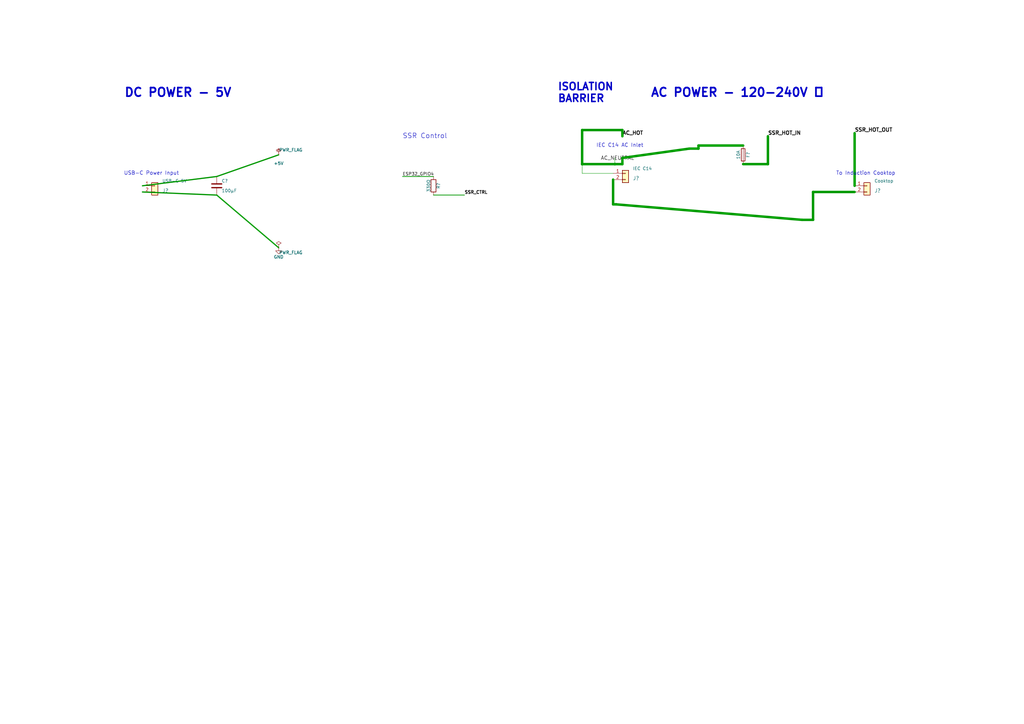
<source format=kicad_sch>
(kicad_sch (version 20250114) (generator "eeschema") (generator_version "9.0")
  (paper "A3")
  (title_block (title "Induction Temperature Controller") (date "2025-01-28") (rev "2.0") (comment 1 "Professional Layout - Clean Signal Flow"))
  (lib_symbols
    (symbol "Connector:Conn_01x02" (pin_names (offset 1.016) (hide yes))
      (property "Reference" "J" (at 0 2.54 0))
      (property "Value" "Conn_01x02" (at 0 -5.08 0))
      (symbol "Conn_01x02_1_1"
        (rectangle (start -1.27 1.27) (end 1.27 -3.81) (stroke (width 0.254)) (fill (type background)))
        (rectangle (start -1.27 0.127) (end 0 -0.127) (stroke (width 0.1524)))
        (rectangle (start -1.27 -2.413) (end 0 -2.667) (stroke (width 0.1524)))
        (pin passive line (at -5.08 0 0) (length 3.81) (name "Pin_1") (number "1"))
        (pin passive line (at -5.08 -2.54 0) (length 3.81) (name "Pin_2") (number "2"))
      )
    )
    (symbol "Device:C" (pin_numbers (hide yes)) (pin_names (offset 0.254))
      (property "Reference" "C" (at 0.635 2.54 0))
      (property "Value" "C" (at 0.635 -2.54 0))
      (symbol "C_0_1"
        (polyline (pts (xy -2.032 0.762) (xy 2.032 0.762)) (stroke (width 0.508)))
        (polyline (pts (xy -2.032 -0.762) (xy 2.032 -0.762)) (stroke (width 0.508)))
      )
      (symbol "C_1_1"
        (pin passive line (at 0 3.81 270) (length 2.794) (name "~") (number "1"))
        (pin passive line (at 0 -3.81 90) (length 2.794) (name "~") (number "2"))
      )
    )
    (symbol "Device:Fuse" (pin_numbers (hide yes)) (pin_names (offset 0))
      (property "Reference" "F" (at 2.032 0 90))
      (property "Value" "Fuse" (at -1.905 0 90))
      (symbol "Fuse_0_1"
        (rectangle (start -0.762 -2.54) (end 0.762 2.54) (stroke (width 0.254)))
        (polyline (pts (xy 0 2.54) (xy 0 -2.54)))
      )
      (symbol "Fuse_1_1"
        (pin passive line (at 0 3.81 270) (length 1.27) (name "~") (number "1"))
        (pin passive line (at 0 -3.81 90) (length 1.27) (name "~") (number "2"))
      )
    )
    (symbol "Device:R" (pin_numbers (hide yes)) (pin_names (offset 0))
      (property "Reference" "R" (at 2.032 0 90))
      (property "Value" "R" (at 0 0 90))
      (symbol "R_0_1"
        (rectangle (start -1.016 -2.54) (end 1.016 2.54) (stroke (width 0.254)))
      )
      (symbol "R_1_1"
        (pin passive line (at 0 3.81 270) (length 1.27) (name "~") (number "1"))
        (pin passive line (at 0 -3.81 90) (length 1.27) (name "~") (number "2"))
      )
    )
    (symbol "power:+5V" (power) (pin_names (offset 0))
      (property "Value" "+5V" (at 0 3.556 0))
      (symbol "+5V_0_1"
        (polyline (pts (xy -0.762 1.27) (xy 0 2.54)))
        (polyline (pts (xy 0 2.54) (xy 0.762 1.27)))
        (polyline (pts (xy 0 0) (xy 0 2.54)))
      )
      (symbol "+5V_1_1"
        (pin power_in line (at 0 0 90) (length 0) (hide yes) (name "+5V") (number "1"))
      )
    )
    (symbol "power:GND" (power) (pin_names (offset 0))
      (property "Value" "GND" (at 0 -3.81 0))
      (symbol "GND_0_1"
        (polyline (pts (xy 0 0) (xy 0 -1.27) (xy 1.27 -1.27) (xy 0 -2.54) (xy -1.27 -1.27) (xy 0 -1.27)))
      )
      (symbol "GND_1_1"
        (pin power_in line (at 0 0 270) (length 0) (hide yes) (name "GND") (number "1"))
      )
    )
    (symbol "power:PWR_FLAG" (power) (pin_numbers (hide yes)) (pin_names (offset 0) (hide yes))
      (property "Value" "PWR_FLAG" (at 0 3.81 0))
      (symbol "PWR_FLAG_0_0"
        (pin power_out line (at 0 0 90) (length 0) (name "pwr") (number "1"))
      )
      (symbol "PWR_FLAG_0_1"
        (polyline (pts (xy 0 0) (xy 0 1.27) (xy -1.016 1.905) (xy 0 2.54) (xy 1.016 1.905) (xy 0 1.27)))
      )
    )
  )
  (text "To Induction Cooktop" (at 342.9 71.12 0) (effects (font (size 1.5 1.5)) (justify left)))
  (text "USB-C Power Input" (at 50.8 71.12 0) (effects (font (size 1.5 1.5)) (justify left)))
  (text "AC POWER - 120-240V ⚡" (at 266.7 38.1 0) (effects (font (size 3.5 3.5) (bold yes)) (justify left)))
  (text "ISOLATION\nBARRIER" (at 228.6 38.1 0) (effects (font (size 3 3) (bold yes)) (justify left)))
  (text "IEC C14 AC Inlet" (at 244.57 59.69 0) (effects (font (size 1.5 1.5)) (justify left)))
  (text "SSR Control" (at 165.1 55.88 0) (effects (font (size 2 2)) (justify left)))
  (text "DC POWER - 5V" (at 50.8 38.1 0) (effects (font (size 3.5 3.5) (bold yes)) (justify left)))
  (junction (at 252.19 67.31))
  (junction (at 238.76 67.31))
  (wire (pts (xy 314.96 67.31) (xy 304.8 67.31)) (stroke (width 1)))
  (wire (pts (xy 328.93 90.17) (xy 333.47 90.17)) (stroke (width 1)))
  (wire (pts (xy 333.47 90.17) (xy 333.47 78.74)) (stroke (width 1)))
  (wire (pts (xy 251.46 83.82) (xy 251.46 73.66)) (stroke (width 1)))
  (wire (pts (xy 252.19 67.31) (xy 255.27 67.31)) (stroke (width 1)))
  (wire (pts (xy 255.27 67.31) (xy 255.27 64.77)) (stroke (width 1)))
  (wire (pts (xy 238.76 53.34) (xy 255.27 53.34)) (stroke (width 1)))
  (wire (pts (xy 252.19 67.31) (xy 252.19 64.77)))
  (wire (pts (xy 255.27 55.88) (xy 255.27 53.34)) (stroke (width 1)))
  (wire (pts (xy 314.96 55.88) (xy 314.96 67.31)) (stroke (width 1)))
  (wire (pts (xy 88.9 80.01) (xy 114.3 101.6)) (stroke (width 0.5)))
  (wire (pts (xy 238.76 53.34) (xy 238.76 67.31)) (stroke (width 1)))
  (wire (pts (xy 58.42 78.74) (xy 88.9 80.01)) (stroke (width 0.5)))
  (wire (pts (xy 286.48 60.96) (xy 286.48 59.69)) (stroke (width 1)))
  (wire (pts (xy 350.52 54.61) (xy 350.52 76.2)) (stroke (width 1)))
  (wire (pts (xy 238.76 71.12) (xy 251.46 71.12)))
  (wire (pts (xy 286.48 59.69) (xy 304.8 59.69)) (stroke (width 1)))
  (wire (pts (xy 282.67 60.96) (xy 286.48 60.96)) (stroke (width 1)))
  (wire (pts (xy 333.47 78.74) (xy 350.52 78.74)) (stroke (width 1)))
  (wire (pts (xy 238.76 67.31) (xy 252.19 67.31)) (stroke (width 1)))
  (wire (pts (xy 88.9 72.39) (xy 114.3 63.5)) (stroke (width 0.5)))
  (wire (pts (xy 255.27 64.77) (xy 282.67 60.96)) (stroke (width 1)))
  (wire (pts (xy 252.73 83.82) (xy 251.46 83.82)) (stroke (width 1)))
  (wire (pts (xy 238.76 71.12) (xy 238.76 67.31)))
  (wire (pts (xy 252.73 83.82) (xy 328.93 90.17)) (stroke (width 1)))
  (wire (pts (xy 58.42 76.2) (xy 88.9 72.39)) (stroke (width 0.5)))
  (wire (pts (xy 165.1 72.39) (xy 177.8 72.39)) (stroke (width 0.3)))
  (wire (pts (xy 238.76 67.31) (xy 252.19 67.31)))
  (wire (pts (xy 177.8 80.01) (xy 190.5 80.01)) (stroke (width 0.3)))
  (label "SSR_CTRL" (at 190.5 80.01 0) (effects (font (bold yes))))
  (label "SSR_HOT_OUT" (at 350.52 54.61 0) (effects (font (size 1.5 1.5) (bold yes))))
  (label "ESP32_GPIO4" (at 165.1 72.39 0))
  (label "AC_HOT" (at 255.27 55.88 0) (effects (font (size 1.5 1.5) (bold yes))))
  (label "SSR_HOT_IN" (at 314.96 55.88 0) (effects (font (size 1.5 1.5) (bold yes))))
  (label "AC_NEUTRAL" (at 246.38 66.04 0) (effects (font (size 1.5 1.5))))
  (symbol (lib_id "power:+5V") (at 114.3 63.5 0) (unit 1)
    (property "Reference" "#PWR?" (effects (hide yes)))
    (property "Value" "+5V" (at 114.3 67 0))
  )
  (symbol (lib_id "Device:Fuse") (at 304.8 63.5 0) (unit 1)
    (property "Reference" "F?" (at 306.8 63.5 90))
    (property "Value" "10A" (at 302.8 63.5 90))
  )
  (symbol (lib_id "Connector:Conn_01x02") (at 63.5 76.2 0) (unit 1)
    (property "Reference" "J?" (at 66.5 78.2 0) (effects (font (size 1.5 1.5)) (justify left)))
    (property "Value" "USB-C 5V" (at 66.5 74.2 0) (effects (justify left)))
  )
  (symbol (lib_id "power:PWR_FLAG") (at 114.3 63.5 0) (unit 1)
    (property "Reference" "#FLG?" (effects (hide yes)))
    (property "Value" "PWR_FLAG" (at 119.3 61.5 0))
  )
  (symbol (lib_id "power:GND") (at 114.3 101.6 0) (unit 1)
    (property "Reference" "#PWR?" (effects (hide yes)))
    (property "Value" "GND" (at 114.3 105.4 0))
  )
  (symbol (lib_id "Device:R") (at 177.8 76.2 0) (unit 1)
    (property "Reference" "R?" (at 179.8 76.2 90))
    (property "Value" "330Ω" (at 175.8 76.2 90))
  )
  (symbol (lib_id "power:PWR_FLAG") (at 114.3 101.6 0) (unit 1)
    (property "Reference" "#FLG?" (effects (hide yes)))
    (property "Value" "PWR_FLAG" (at 119.3 103.6 0))
  )
  (symbol (lib_id "Device:C") (at 88.9 76.2 0) (unit 1)
    (property "Reference" "C?" (at 90.9 74.2 0) (effects (justify left)))
    (property "Value" "100µF" (at 90.9 78.2 0) (effects (justify left)))
  )
  (symbol (lib_id "Connector:Conn_01x02") (at 256.54 71.12 0) (unit 1)
    (property "Reference" "J?" (at 259.54 73.12 0) (effects (font (size 1.5 1.5)) (justify left)))
    (property "Value" "IEC C14" (at 259.54 69.12 0) (effects (justify left)))
  )
  (symbol (lib_id "Connector:Conn_01x02") (at 355.6 76.2 0) (unit 1)
    (property "Reference" "J?" (at 358.6 78.2 0) (effects (font (size 1.5 1.5)) (justify left)))
    (property "Value" "Cooktop" (at 358.6 74.2 0) (effects (justify left)))
  )
)
</source>
